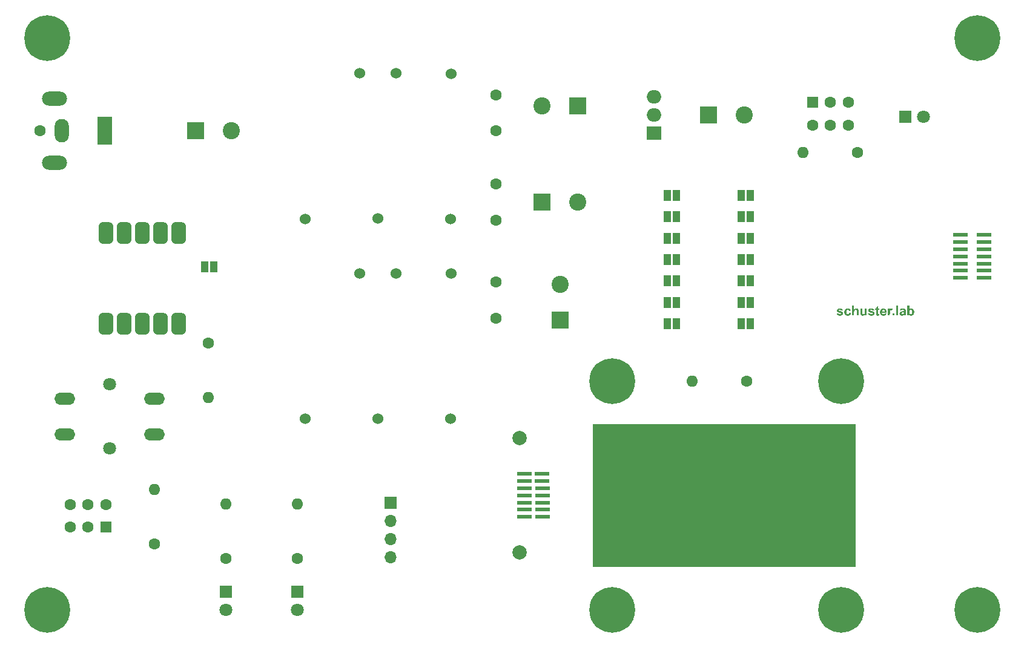
<source format=gbr>
%TF.GenerationSoftware,KiCad,Pcbnew,8.0.5-8.0.5-0~ubuntu22.04.1*%
%TF.CreationDate,2024-10-01T20:56:39-07:00*%
%TF.ProjectId,itla_driver_board_pcb,69746c61-5f64-4726-9976-65725f626f61,rev?*%
%TF.SameCoordinates,Original*%
%TF.FileFunction,Soldermask,Top*%
%TF.FilePolarity,Negative*%
%FSLAX46Y46*%
G04 Gerber Fmt 4.6, Leading zero omitted, Abs format (unit mm)*
G04 Created by KiCad (PCBNEW 8.0.5-8.0.5-0~ubuntu22.04.1) date 2024-10-01 20:56:39*
%MOMM*%
%LPD*%
G01*
G04 APERTURE LIST*
G04 Aperture macros list*
%AMRoundRect*
0 Rectangle with rounded corners*
0 $1 Rounding radius*
0 $2 $3 $4 $5 $6 $7 $8 $9 X,Y pos of 4 corners*
0 Add a 4 corners polygon primitive as box body*
4,1,4,$2,$3,$4,$5,$6,$7,$8,$9,$2,$3,0*
0 Add four circle primitives for the rounded corners*
1,1,$1+$1,$2,$3*
1,1,$1+$1,$4,$5*
1,1,$1+$1,$6,$7*
1,1,$1+$1,$8,$9*
0 Add four rect primitives between the rounded corners*
20,1,$1+$1,$2,$3,$4,$5,0*
20,1,$1+$1,$4,$5,$6,$7,0*
20,1,$1+$1,$6,$7,$8,$9,0*
20,1,$1+$1,$8,$9,$2,$3,0*%
G04 Aperture macros list end*
%ADD10C,0.000000*%
%ADD11C,1.524000*%
%ADD12C,1.600000*%
%ADD13O,1.600000X1.600000*%
%ADD14R,1.800000X1.800000*%
%ADD15C,1.800000*%
%ADD16R,2.000000X1.905000*%
%ADD17O,2.000000X1.905000*%
%ADD18R,1.600000X1.600000*%
%ADD19R,1.700000X1.700000*%
%ADD20O,1.700000X1.700000*%
%ADD21R,2.400000X2.400000*%
%ADD22C,2.400000*%
%ADD23R,1.000000X1.500000*%
%ADD24C,6.400000*%
%ADD25R,2.000000X0.500000*%
%ADD26RoundRect,0.500000X-0.500000X-1.000000X0.500000X-1.000000X0.500000X1.000000X-0.500000X1.000000X0*%
%ADD27R,2.000000X4.000000*%
%ADD28O,2.000000X3.300000*%
%ADD29O,3.500000X2.000000*%
%ADD30O,2.900000X1.700000*%
%ADD31R,36.750000X20.000000*%
%ADD32C,2.000000*%
G04 APERTURE END LIST*
D10*
%TO.C,G\u002A\u002A\u002A*%
G36*
X124665189Y-42829926D02*
G01*
X124736123Y-42834193D01*
X124795779Y-42842354D01*
X124830864Y-42851701D01*
X124906295Y-42890400D01*
X124962048Y-42942145D01*
X124990555Y-42988904D01*
X124998164Y-43007040D01*
X125004107Y-43026238D01*
X125008622Y-43049669D01*
X125011945Y-43080509D01*
X125014313Y-43121930D01*
X125015963Y-43177105D01*
X125017132Y-43249210D01*
X125018057Y-43341417D01*
X125018207Y-43359347D01*
X125019287Y-43461139D01*
X125020901Y-43542582D01*
X125023404Y-43607143D01*
X125027152Y-43658287D01*
X125032502Y-43699481D01*
X125039807Y-43734192D01*
X125049426Y-43765886D01*
X125061713Y-43798030D01*
X125063733Y-43802924D01*
X125065663Y-43812005D01*
X125059934Y-43817992D01*
X125042782Y-43821522D01*
X125010442Y-43823228D01*
X124959148Y-43823745D01*
X124940129Y-43823763D01*
X124878015Y-43822974D01*
X124836974Y-43820404D01*
X124814310Y-43815752D01*
X124807329Y-43808878D01*
X124802436Y-43787746D01*
X124792444Y-43761078D01*
X124778096Y-43728162D01*
X124719047Y-43770285D01*
X124633677Y-43817040D01*
X124540878Y-43842314D01*
X124444621Y-43845535D01*
X124348879Y-43826133D01*
X124343450Y-43824310D01*
X124278689Y-43791026D01*
X124222728Y-43741294D01*
X124181253Y-43680995D01*
X124164976Y-43639715D01*
X124155471Y-43570073D01*
X124159894Y-43526839D01*
X124414898Y-43526839D01*
X124423660Y-43565147D01*
X124445737Y-43605603D01*
X124474817Y-43636865D01*
X124477020Y-43638464D01*
X124512726Y-43652195D01*
X124560805Y-43656385D01*
X124611749Y-43650902D01*
X124645068Y-43640806D01*
X124699293Y-43606282D01*
X124736388Y-43555650D01*
X124755898Y-43489805D01*
X124758029Y-43418015D01*
X124754279Y-43363620D01*
X124617336Y-43396863D01*
X124555667Y-43412553D01*
X124512429Y-43425759D01*
X124482670Y-43438512D01*
X124461434Y-43452839D01*
X124447646Y-43466362D01*
X124426645Y-43495287D01*
X124415462Y-43521745D01*
X124414898Y-43526839D01*
X124159894Y-43526839D01*
X124162832Y-43498121D01*
X124185121Y-43430199D01*
X124220401Y-43372648D01*
X124257162Y-43337994D01*
X124306935Y-43310806D01*
X124375714Y-43284529D01*
X124458701Y-43260814D01*
X124522071Y-43246743D01*
X124579469Y-43234758D01*
X124637974Y-43221514D01*
X124686171Y-43209608D01*
X124691762Y-43208111D01*
X124730049Y-43196734D01*
X124750581Y-43186403D01*
X124758817Y-43172860D01*
X124760233Y-43154748D01*
X124750514Y-43102040D01*
X124723064Y-43062094D01*
X124680452Y-43038622D01*
X124679835Y-43038449D01*
X124608513Y-43026772D01*
X124544023Y-43031818D01*
X124490198Y-43052494D01*
X124450871Y-43087709D01*
X124439467Y-43106852D01*
X124427166Y-43129921D01*
X124413719Y-43140568D01*
X124391081Y-43142107D01*
X124361312Y-43139048D01*
X124311996Y-43131762D01*
X124258079Y-43121744D01*
X124239180Y-43117656D01*
X124176588Y-43103322D01*
X124210527Y-43031874D01*
X124259234Y-42954264D01*
X124322535Y-42894348D01*
X124398588Y-42853837D01*
X124404346Y-42851770D01*
X124452556Y-42840475D01*
X124516622Y-42833068D01*
X124589761Y-42829552D01*
X124665189Y-42829926D01*
G37*
G36*
X115877451Y-42830285D02*
G01*
X115949144Y-42836251D01*
X116008043Y-42846673D01*
X116020000Y-42850000D01*
X116093559Y-42883747D01*
X116157641Y-42934672D01*
X116206309Y-42997696D01*
X116217294Y-43018801D01*
X116231714Y-43052296D01*
X116239824Y-43075917D01*
X116240402Y-43083054D01*
X116224881Y-43089408D01*
X116193116Y-43097075D01*
X116151144Y-43105120D01*
X116105001Y-43112606D01*
X116060724Y-43118597D01*
X116024350Y-43122159D01*
X116001917Y-43122355D01*
X115997702Y-43120671D01*
X115978909Y-43089942D01*
X115946770Y-43058039D01*
X115909968Y-43032843D01*
X115892533Y-43025222D01*
X115843873Y-43015597D01*
X115789861Y-43014952D01*
X115736624Y-43022134D01*
X115690288Y-43035985D01*
X115656983Y-43055351D01*
X115644535Y-43071996D01*
X115639881Y-43093757D01*
X115645498Y-43112753D01*
X115663638Y-43130207D01*
X115696555Y-43147339D01*
X115746504Y-43165371D01*
X115815739Y-43185524D01*
X115889618Y-43204775D01*
X115997900Y-43234891D01*
X116084624Y-43265733D01*
X116152038Y-43298787D01*
X116202388Y-43335537D01*
X116237922Y-43377468D01*
X116260885Y-43426063D01*
X116268792Y-43455327D01*
X116275395Y-43537775D01*
X116258742Y-43615377D01*
X116218779Y-43688294D01*
X116173091Y-43740380D01*
X116121202Y-43781673D01*
X116060814Y-43811273D01*
X115987701Y-43830556D01*
X115897639Y-43840899D01*
X115858921Y-43842744D01*
X115779042Y-43843210D01*
X115712507Y-43839152D01*
X115667897Y-43831751D01*
X115573306Y-43798795D01*
X115496100Y-43753268D01*
X115453617Y-43714549D01*
X115424855Y-43677840D01*
X115397910Y-43635278D01*
X115376856Y-43594191D01*
X115365768Y-43561909D01*
X115364996Y-43555131D01*
X115375847Y-43548172D01*
X115405192Y-43539897D01*
X115447854Y-43531605D01*
X115474884Y-43527540D01*
X115525302Y-43520410D01*
X115567942Y-43513881D01*
X115596426Y-43508951D01*
X115603222Y-43507440D01*
X115621053Y-43514463D01*
X115641118Y-43545040D01*
X115644900Y-43552893D01*
X115680172Y-43603856D01*
X115730684Y-43637117D01*
X115796946Y-43652919D01*
X115857033Y-43653474D01*
X115922674Y-43644409D01*
X115967897Y-43626297D01*
X115994818Y-43597800D01*
X116005397Y-43559582D01*
X116003635Y-43526818D01*
X115993951Y-43505758D01*
X115993489Y-43505361D01*
X115976750Y-43497856D01*
X115941590Y-43486091D01*
X115892709Y-43471516D01*
X115834809Y-43455582D01*
X115817242Y-43450976D01*
X115722369Y-43425508D01*
X115647516Y-43403172D01*
X115589312Y-43382621D01*
X115544386Y-43362509D01*
X115509366Y-43341489D01*
X115480882Y-43318214D01*
X115477974Y-43315430D01*
X115434584Y-43263717D01*
X115409848Y-43207938D01*
X115400691Y-43140549D01*
X115400458Y-43125327D01*
X115411691Y-43046121D01*
X115444052Y-42975240D01*
X115495541Y-42915339D01*
X115564154Y-42869072D01*
X115607549Y-42850717D01*
X115658014Y-42838989D01*
X115724646Y-42831666D01*
X115800205Y-42828761D01*
X115877451Y-42830285D01*
G37*
G36*
X120252378Y-42827279D02*
G01*
X120355145Y-42840177D01*
X120439138Y-42865002D01*
X120506980Y-42903226D01*
X120561295Y-42956321D01*
X120604106Y-43024558D01*
X120617558Y-43053570D01*
X120621060Y-43073082D01*
X120611524Y-43086058D01*
X120585859Y-43095461D01*
X120540976Y-43104253D01*
X120516801Y-43108287D01*
X120471047Y-43116091D01*
X120432096Y-43123213D01*
X120408192Y-43128145D01*
X120407819Y-43128237D01*
X120388172Y-43126382D01*
X120370135Y-43107134D01*
X120361471Y-43092288D01*
X120326296Y-43051283D01*
X120274002Y-43025529D01*
X120206277Y-43015663D01*
X120163201Y-43017228D01*
X120099220Y-43028364D01*
X120056307Y-43048069D01*
X120035054Y-43076006D01*
X120032714Y-43091414D01*
X120035590Y-43109558D01*
X120046097Y-43125303D01*
X120067054Y-43139995D01*
X120101279Y-43154982D01*
X120151591Y-43171610D01*
X120220808Y-43191225D01*
X120267812Y-43203737D01*
X120359929Y-43229021D01*
X120432260Y-43251679D01*
X120488474Y-43273218D01*
X120532238Y-43295144D01*
X120567223Y-43318966D01*
X120584527Y-43333864D01*
X120629544Y-43390386D01*
X120654650Y-43454762D01*
X120660878Y-43523503D01*
X120649258Y-43593124D01*
X120620825Y-43660140D01*
X120576611Y-43721062D01*
X120517647Y-43772406D01*
X120444967Y-43810685D01*
X120443094Y-43811403D01*
X120386018Y-43826967D01*
X120313641Y-43837893D01*
X120234102Y-43843756D01*
X120155541Y-43844133D01*
X120086097Y-43838599D01*
X120050576Y-43831857D01*
X119975543Y-43805407D01*
X119904720Y-43767333D01*
X119845927Y-43722232D01*
X119823214Y-43698154D01*
X119795887Y-43660393D01*
X119772690Y-43620493D01*
X119756563Y-43584519D01*
X119750452Y-43558533D01*
X119751963Y-43551349D01*
X119765614Y-43545594D01*
X119797187Y-43538177D01*
X119840967Y-43530350D01*
X119862492Y-43527119D01*
X119911666Y-43519895D01*
X119953007Y-43513356D01*
X119979934Y-43508561D01*
X119985152Y-43507380D01*
X120002734Y-43514630D01*
X120022862Y-43544480D01*
X120027065Y-43552973D01*
X120062880Y-43604050D01*
X120113651Y-43637288D01*
X120179992Y-43652976D01*
X120239217Y-43653474D01*
X120304858Y-43644409D01*
X120350081Y-43626297D01*
X120377003Y-43597800D01*
X120387582Y-43559582D01*
X120385785Y-43526648D01*
X120375968Y-43505470D01*
X120375586Y-43505142D01*
X120358081Y-43497056D01*
X120322930Y-43485303D01*
X120275683Y-43471626D01*
X120235064Y-43461008D01*
X120124699Y-43431934D01*
X120035295Y-43404590D01*
X119964201Y-43377580D01*
X119908768Y-43349507D01*
X119866346Y-43318976D01*
X119834286Y-43284589D01*
X119809937Y-43244951D01*
X119804860Y-43234312D01*
X119786531Y-43167327D01*
X119786770Y-43094094D01*
X119804350Y-43021603D01*
X119838045Y-42956850D01*
X119857808Y-42932453D01*
X119913127Y-42889088D01*
X119986785Y-42856219D01*
X120075315Y-42834770D01*
X120175246Y-42825666D01*
X120252378Y-42827279D01*
G37*
G36*
X117002679Y-42833099D02*
G01*
X117075075Y-42844224D01*
X117135402Y-42865252D01*
X117189085Y-42897899D01*
X117226519Y-42929424D01*
X117255704Y-42961094D01*
X117285018Y-43000342D01*
X117311564Y-43042131D01*
X117332447Y-43081423D01*
X117344770Y-43113183D01*
X117345638Y-43132372D01*
X117344252Y-43134196D01*
X117329825Y-43139320D01*
X117298625Y-43146735D01*
X117256717Y-43155339D01*
X117210166Y-43164030D01*
X117165037Y-43171706D01*
X117127395Y-43177263D01*
X117103305Y-43179599D01*
X117097867Y-43178984D01*
X117091223Y-43166313D01*
X117079509Y-43139890D01*
X117075516Y-43130376D01*
X117043882Y-43082501D01*
X116995849Y-43051859D01*
X116931518Y-43038506D01*
X116911573Y-43037872D01*
X116844669Y-43046828D01*
X116791687Y-43074642D01*
X116750489Y-43122581D01*
X116741157Y-43139047D01*
X116730194Y-43163414D01*
X116722964Y-43190118D01*
X116718750Y-43224707D01*
X116716830Y-43272729D01*
X116716468Y-43329576D01*
X116717075Y-43393132D01*
X116719243Y-43438511D01*
X116723748Y-43471338D01*
X116731364Y-43497241D01*
X116742866Y-43521845D01*
X116742991Y-43522080D01*
X116782504Y-43575653D01*
X116831856Y-43611596D01*
X116886857Y-43630154D01*
X116943318Y-43631571D01*
X116997049Y-43616093D01*
X117043859Y-43583964D01*
X117079559Y-43535430D01*
X117093004Y-43501619D01*
X117100587Y-43479014D01*
X117110046Y-43464375D01*
X117125554Y-43457011D01*
X117151283Y-43456231D01*
X117191405Y-43461347D01*
X117250093Y-43471669D01*
X117261488Y-43473758D01*
X117310633Y-43482764D01*
X117341605Y-43491185D01*
X117356320Y-43503536D01*
X117356697Y-43524336D01*
X117344651Y-43558101D01*
X117322101Y-43609347D01*
X117320539Y-43612888D01*
X117283050Y-43676188D01*
X117230644Y-43735634D01*
X117170016Y-43784810D01*
X117107862Y-43817302D01*
X117106718Y-43817714D01*
X117056404Y-43830233D01*
X116991712Y-43838801D01*
X116920889Y-43843066D01*
X116852181Y-43842679D01*
X116793833Y-43837291D01*
X116769050Y-43832042D01*
X116675976Y-43794095D01*
X116596817Y-43737978D01*
X116532587Y-43665539D01*
X116484300Y-43578627D01*
X116452971Y-43479092D01*
X116439612Y-43368781D01*
X116445238Y-43249544D01*
X116446070Y-43243130D01*
X116469562Y-43134020D01*
X116508970Y-43041747D01*
X116565012Y-42964809D01*
X116592210Y-42938025D01*
X116652221Y-42891416D01*
X116714801Y-42859371D01*
X116785764Y-42839934D01*
X116870926Y-42831148D01*
X116912789Y-42830160D01*
X117002679Y-42833099D01*
G37*
G36*
X121942723Y-42830334D02*
G01*
X121984982Y-42833549D01*
X122018952Y-42840562D01*
X122052384Y-42852728D01*
X122074955Y-42862851D01*
X122161659Y-42915771D01*
X122232301Y-42985631D01*
X122286163Y-43071155D01*
X122322528Y-43171070D01*
X122340678Y-43284099D01*
X122342711Y-43338507D01*
X122342887Y-43418887D01*
X122020043Y-43418887D01*
X121697198Y-43418887D01*
X121705494Y-43463543D01*
X121728067Y-43536016D01*
X121765458Y-43589861D01*
X121817772Y-43625173D01*
X121885111Y-43642051D01*
X121896639Y-43643007D01*
X121939405Y-43644405D01*
X121967604Y-43640397D01*
X121990269Y-43628813D01*
X122005533Y-43616848D01*
X122033913Y-43586884D01*
X122055230Y-43554056D01*
X122056992Y-43550118D01*
X122063807Y-43533416D01*
X122070736Y-43522624D01*
X122082123Y-43517290D01*
X122102308Y-43516960D01*
X122135634Y-43521181D01*
X122186443Y-43529499D01*
X122212648Y-43533875D01*
X122270330Y-43543940D01*
X122306471Y-43553795D01*
X122322989Y-43567353D01*
X122321799Y-43588527D01*
X122304818Y-43621229D01*
X122276845Y-43664941D01*
X122220754Y-43735094D01*
X122154667Y-43786643D01*
X122075914Y-43820943D01*
X121981829Y-43839349D01*
X121926103Y-43843085D01*
X121870700Y-43843486D01*
X121819052Y-43841509D01*
X121779419Y-43837558D01*
X121768272Y-43835388D01*
X121675176Y-43800444D01*
X121595519Y-43747007D01*
X121530347Y-43676925D01*
X121480707Y-43592044D01*
X121447646Y-43494212D01*
X121432211Y-43385274D01*
X121435449Y-43267078D01*
X121437172Y-43252174D01*
X121698770Y-43252174D01*
X121889839Y-43252174D01*
X122080909Y-43252174D01*
X122080909Y-43218973D01*
X122073029Y-43178769D01*
X122052803Y-43132068D01*
X122025350Y-43088563D01*
X121995935Y-43058055D01*
X121963988Y-43042269D01*
X121922857Y-43030947D01*
X121910767Y-43029147D01*
X121849637Y-43033297D01*
X121795369Y-43058358D01*
X121750918Y-43101746D01*
X121719239Y-43160878D01*
X121706719Y-43207518D01*
X121698770Y-43252174D01*
X121437172Y-43252174D01*
X121437253Y-43251475D01*
X121461089Y-43141574D01*
X121502757Y-43044743D01*
X121561078Y-42962751D01*
X121634870Y-42897370D01*
X121697509Y-42861296D01*
X121732967Y-42846125D01*
X121765489Y-42836671D01*
X121802696Y-42831642D01*
X121852209Y-42829743D01*
X121884425Y-42829563D01*
X121942723Y-42830334D01*
G37*
G36*
X125522353Y-42710900D02*
G01*
X125522353Y-42943654D01*
X125578001Y-42901163D01*
X125655857Y-42855924D01*
X125740816Y-42831434D01*
X125828912Y-42827353D01*
X125916181Y-42843343D01*
X125998657Y-42879064D01*
X126072376Y-42934177D01*
X126082697Y-42944365D01*
X126137743Y-43016937D01*
X126177836Y-43103639D01*
X126203108Y-43200237D01*
X126213693Y-43302494D01*
X126209725Y-43406176D01*
X126191336Y-43507048D01*
X126158661Y-43600875D01*
X126111832Y-43683422D01*
X126057499Y-43744745D01*
X125987156Y-43795005D01*
X125908268Y-43829356D01*
X125826475Y-43846299D01*
X125747414Y-43844334D01*
X125712805Y-43836453D01*
X125629430Y-43798900D01*
X125551804Y-43739178D01*
X125549146Y-43736632D01*
X125498536Y-43687815D01*
X125498536Y-43755789D01*
X125498536Y-43823763D01*
X125379455Y-43823763D01*
X125260374Y-43823763D01*
X125260374Y-43326754D01*
X125518942Y-43326754D01*
X125520178Y-43384763D01*
X125523909Y-43426682D01*
X125531525Y-43460210D01*
X125544419Y-43493049D01*
X125551798Y-43508601D01*
X125589611Y-43569298D01*
X125634754Y-43608730D01*
X125690559Y-43629112D01*
X125739429Y-43633233D01*
X125781270Y-43631611D01*
X125810076Y-43624126D01*
X125836547Y-43606852D01*
X125855036Y-43590810D01*
X125892192Y-43549641D01*
X125917559Y-43501775D01*
X125932402Y-43442848D01*
X125937986Y-43368497D01*
X125937170Y-43307671D01*
X125933954Y-43247362D01*
X125928810Y-43204048D01*
X125920410Y-43170917D01*
X125907423Y-43141154D01*
X125903112Y-43133093D01*
X125862293Y-43080972D01*
X125809495Y-43046056D01*
X125749624Y-43029448D01*
X125687588Y-43032247D01*
X125628294Y-43055555D01*
X125610750Y-43067487D01*
X125570103Y-43107044D01*
X125542221Y-43155893D01*
X125525705Y-43217979D01*
X125519160Y-43297249D01*
X125518942Y-43326754D01*
X125260374Y-43326754D01*
X125260374Y-43150955D01*
X125260374Y-42478146D01*
X125391363Y-42478146D01*
X125522353Y-42478146D01*
X125522353Y-42710900D01*
G37*
G36*
X121149417Y-42674684D02*
G01*
X121152713Y-42847298D01*
X121241705Y-42847298D01*
X121330698Y-42847298D01*
X121330698Y-42954471D01*
X121330698Y-43061644D01*
X121240554Y-43061644D01*
X121150411Y-43061644D01*
X121154220Y-43324694D01*
X121155523Y-43410292D01*
X121156861Y-43475260D01*
X121158595Y-43522784D01*
X121161082Y-43556046D01*
X121164683Y-43578232D01*
X121169756Y-43592526D01*
X121176660Y-43602112D01*
X121185755Y-43610174D01*
X121186483Y-43610764D01*
X121212610Y-43625600D01*
X121234115Y-43628444D01*
X121259269Y-43622328D01*
X121291152Y-43615499D01*
X121313937Y-43612047D01*
X121326031Y-43617222D01*
X121332323Y-43636389D01*
X121336439Y-43665220D01*
X121342423Y-43710502D01*
X121348387Y-43754293D01*
X121349993Y-43765755D01*
X121352096Y-43795180D01*
X121343518Y-43810920D01*
X121318706Y-43822546D01*
X121316615Y-43823309D01*
X121280296Y-43832019D01*
X121230019Y-43838501D01*
X121173742Y-43842356D01*
X121119419Y-43843183D01*
X121075006Y-43840585D01*
X121054001Y-43836491D01*
X120988189Y-43805443D01*
X120940151Y-43761621D01*
X120918775Y-43725292D01*
X120912010Y-43706376D01*
X120906656Y-43683137D01*
X120902480Y-43652443D01*
X120899255Y-43611162D01*
X120896748Y-43556162D01*
X120894731Y-43484311D01*
X120892973Y-43392476D01*
X120892592Y-43368883D01*
X120887767Y-43062854D01*
X120832369Y-43059272D01*
X120776970Y-43055690D01*
X120773530Y-42951494D01*
X120770089Y-42847298D01*
X120829612Y-42847298D01*
X120889134Y-42847298D01*
X120892593Y-42749679D01*
X120896052Y-42652060D01*
X121021087Y-42577065D01*
X121146122Y-42502070D01*
X121149417Y-42674684D01*
G37*
G36*
X118949142Y-43171794D02*
G01*
X118949587Y-43259665D01*
X118950808Y-43341692D01*
X118952688Y-43414262D01*
X118955109Y-43473765D01*
X118957955Y-43516589D01*
X118961032Y-43538853D01*
X118984872Y-43590063D01*
X119023721Y-43623439D01*
X119078981Y-43640059D01*
X119094858Y-43641676D01*
X119163096Y-43636313D01*
X119220055Y-43610110D01*
X119264750Y-43563617D01*
X119279526Y-43538373D01*
X119287559Y-43521529D01*
X119293804Y-43504590D01*
X119298485Y-43484433D01*
X119301826Y-43457935D01*
X119304053Y-43421974D01*
X119305390Y-43373427D01*
X119306063Y-43309171D01*
X119306296Y-43226084D01*
X119306319Y-43166294D01*
X119306319Y-42847298D01*
X119443262Y-42847298D01*
X119580205Y-42847298D01*
X119580205Y-43335530D01*
X119580205Y-43823763D01*
X119455170Y-43823763D01*
X119330135Y-43823763D01*
X119330135Y-43755789D01*
X119330135Y-43687815D01*
X119279526Y-43737357D01*
X119239134Y-43770949D01*
X119192637Y-43801309D01*
X119169376Y-43813217D01*
X119101762Y-43833909D01*
X119023868Y-43843466D01*
X118946217Y-43841294D01*
X118886318Y-43829170D01*
X118837057Y-43805945D01*
X118787908Y-43770428D01*
X118777387Y-43760815D01*
X118754286Y-43737345D01*
X118735487Y-43714057D01*
X118720549Y-43688285D01*
X118709032Y-43657362D01*
X118700494Y-43618623D01*
X118694497Y-43569401D01*
X118690599Y-43507031D01*
X118688360Y-43428847D01*
X118687339Y-43332183D01*
X118687097Y-43214373D01*
X118687097Y-43214288D01*
X118687097Y-42847298D01*
X118818086Y-42847298D01*
X118949075Y-42847298D01*
X118949142Y-43171794D01*
G37*
G36*
X117805897Y-42716586D02*
G01*
X117805897Y-42955025D01*
X117866463Y-42907150D01*
X117946266Y-42858583D01*
X118033480Y-42831538D01*
X118124379Y-42826483D01*
X118215242Y-42843884D01*
X118253653Y-42858511D01*
X118295506Y-42879136D01*
X118330527Y-42902257D01*
X118359313Y-42930077D01*
X118382461Y-42964800D01*
X118400566Y-43008630D01*
X118414226Y-43063769D01*
X118424035Y-43132424D01*
X118430592Y-43216795D01*
X118434491Y-43319089D01*
X118436329Y-43441507D01*
X118436704Y-43534991D01*
X118437027Y-43823763D01*
X118300083Y-43823763D01*
X118163140Y-43823763D01*
X118163140Y-43477836D01*
X118162964Y-43374660D01*
X118162346Y-43292585D01*
X118161156Y-43228899D01*
X118159259Y-43180890D01*
X118156524Y-43145845D01*
X118152818Y-43121053D01*
X118148009Y-43103800D01*
X118144487Y-43095839D01*
X118112889Y-43058160D01*
X118068509Y-43035698D01*
X118016444Y-43027935D01*
X117961789Y-43034355D01*
X117909642Y-43054438D01*
X117865098Y-43087669D01*
X117836357Y-43127139D01*
X117829006Y-43142906D01*
X117823222Y-43160317D01*
X117818775Y-43182418D01*
X117815433Y-43212255D01*
X117812967Y-43252874D01*
X117811146Y-43307321D01*
X117809738Y-43378643D01*
X117808514Y-43469886D01*
X117808174Y-43499267D01*
X117804497Y-43823763D01*
X117674208Y-43823763D01*
X117543918Y-43823763D01*
X117543918Y-43150955D01*
X117543918Y-42478146D01*
X117674908Y-42478146D01*
X117805897Y-42478146D01*
X117805897Y-42716586D01*
G37*
G36*
X123033976Y-42826651D02*
G01*
X123074604Y-42834780D01*
X123115583Y-42845796D01*
X123149369Y-42857630D01*
X123168419Y-42868211D01*
X123169627Y-42869700D01*
X123168007Y-42883279D01*
X123160260Y-42913180D01*
X123148339Y-42953321D01*
X123134198Y-42997623D01*
X123119789Y-43040003D01*
X123107067Y-43074380D01*
X123097985Y-43094673D01*
X123096762Y-43096525D01*
X123084658Y-43095196D01*
X123059426Y-43085577D01*
X123050866Y-43081640D01*
X122989532Y-43063035D01*
X122933527Y-43066902D01*
X122885321Y-43092387D01*
X122847383Y-43138639D01*
X122839128Y-43154777D01*
X122831234Y-43173417D01*
X122825067Y-43193031D01*
X122820361Y-43216862D01*
X122816850Y-43248156D01*
X122814267Y-43290156D01*
X122812346Y-43346107D01*
X122810820Y-43419252D01*
X122809423Y-43512838D01*
X122809365Y-43517129D01*
X122805230Y-43823763D01*
X122669324Y-43823763D01*
X122533417Y-43823763D01*
X122533417Y-43335530D01*
X122533417Y-42847298D01*
X122658452Y-42847298D01*
X122783487Y-42847298D01*
X122783487Y-42908515D01*
X122783487Y-42969732D01*
X122833566Y-42912839D01*
X122888174Y-42861649D01*
X122943674Y-42832440D01*
X123001243Y-42823482D01*
X123033976Y-42826651D01*
G37*
G36*
X123962390Y-43150955D02*
G01*
X123962390Y-43823763D01*
X123831401Y-43823763D01*
X123700412Y-43823763D01*
X123700412Y-43150955D01*
X123700412Y-42478146D01*
X123831401Y-42478146D01*
X123962390Y-42478146D01*
X123962390Y-43150955D01*
G37*
G36*
X123438433Y-43692774D02*
G01*
X123438433Y-43823763D01*
X123307444Y-43823763D01*
X123176455Y-43823763D01*
X123176455Y-43692774D01*
X123176455Y-43561785D01*
X123307444Y-43561785D01*
X123438433Y-43561785D01*
X123438433Y-43692774D01*
G37*
%TD*%
D11*
%TO.C,U3*%
X48700000Y-37940000D03*
X53740000Y-37940000D03*
X41080000Y-58300000D03*
X51240000Y-58260000D03*
X61400000Y-58300000D03*
X61440000Y-37980000D03*
%TD*%
%TO.C,U1*%
X48700000Y-9940000D03*
X53740000Y-9940000D03*
X41080000Y-30300000D03*
X51240000Y-30260000D03*
X61400000Y-30300000D03*
X61440000Y-9980000D03*
%TD*%
D12*
%TO.C,R1*%
X118310000Y-21000000D03*
D13*
X110690000Y-21000000D03*
%TD*%
D14*
%TO.C,D3*%
X125000000Y-16000000D03*
D15*
X127540000Y-16000000D03*
%TD*%
D16*
%TO.C,U4*%
X89800000Y-18320000D03*
D17*
X89800000Y-15780000D03*
X89800000Y-13240000D03*
%TD*%
D18*
%TO.C,SW3*%
X112000000Y-14000000D03*
D12*
X114500000Y-14000000D03*
X117000000Y-14000000D03*
X112000000Y-17200000D03*
X114500000Y-17200000D03*
X117000000Y-17200000D03*
%TD*%
D19*
%TO.C,J3*%
X53000000Y-70000000D03*
D20*
X53000000Y-72540000D03*
X53000000Y-75080000D03*
X53000000Y-77620000D03*
%TD*%
D21*
%TO.C,C8*%
X97420000Y-15780000D03*
D22*
X102420000Y-15780000D03*
%TD*%
D23*
%TO.C,JP1*%
X27000000Y-37000000D03*
X28300000Y-37000000D03*
%TD*%
D12*
%TO.C,R3*%
X40000000Y-77810000D03*
D13*
X40000000Y-70190000D03*
%TD*%
D23*
%TO.C,JP8*%
X103300000Y-39000000D03*
X102000000Y-39000000D03*
%TD*%
D14*
%TO.C,D1*%
X30000000Y-82460000D03*
D15*
X30000000Y-85000000D03*
%TD*%
D12*
%TO.C,R4*%
X20000000Y-75810000D03*
D13*
X20000000Y-68190000D03*
%TD*%
D23*
%TO.C,JP5*%
X102000000Y-30000000D03*
X103300000Y-30000000D03*
%TD*%
D24*
%TO.C,H4*%
X135000000Y-5000000D03*
%TD*%
D25*
%TO.C,J1*%
X136000000Y-38560000D03*
X132700000Y-38560000D03*
X136000000Y-37560000D03*
X132700000Y-37560000D03*
X136000000Y-36560000D03*
X132700000Y-36560000D03*
X136000000Y-35560000D03*
X132700000Y-35560000D03*
X136000000Y-34560000D03*
X132700000Y-34560000D03*
X136000000Y-33560000D03*
X132700000Y-33560000D03*
X136000000Y-32560000D03*
X132700000Y-32560000D03*
%TD*%
D12*
%TO.C,C5*%
X67700000Y-12960000D03*
X67700000Y-17960000D03*
%TD*%
D24*
%TO.C,H1*%
X5000000Y-5000000D03*
%TD*%
D23*
%TO.C,JP2*%
X102000000Y-45000000D03*
X103300000Y-45000000D03*
%TD*%
D26*
%TO.C,U2*%
X13200000Y-44960000D03*
X15740000Y-44960000D03*
X18280000Y-44960000D03*
X20820000Y-44960000D03*
X23360000Y-44960000D03*
X23360000Y-32260000D03*
X20820000Y-32260000D03*
X18280000Y-32260000D03*
X15740000Y-32260000D03*
X13200000Y-32260000D03*
%TD*%
D23*
%TO.C,JP4*%
X102000000Y-33000000D03*
X103300000Y-33000000D03*
%TD*%
D12*
%TO.C,R5*%
X27500000Y-47690000D03*
D13*
X27500000Y-55310000D03*
%TD*%
D21*
%TO.C,C1*%
X25700000Y-17960000D03*
D22*
X30700000Y-17960000D03*
%TD*%
D12*
%TO.C,J2*%
X4000000Y-17960000D03*
D27*
X13000000Y-17960000D03*
D28*
X7000000Y-17960000D03*
D29*
X6000000Y-13460000D03*
X6000000Y-22460000D03*
%TD*%
D23*
%TO.C,JP9*%
X91700000Y-45000000D03*
X93000000Y-45000000D03*
%TD*%
%TO.C,JP13*%
X91700000Y-33000000D03*
X93000000Y-33000000D03*
%TD*%
%TO.C,JP7*%
X102000000Y-42000000D03*
X103300000Y-42000000D03*
%TD*%
D12*
%TO.C,C6*%
X67700000Y-44176041D03*
X67700000Y-39176041D03*
%TD*%
D23*
%TO.C,JP10*%
X91700000Y-42000000D03*
X93000000Y-42000000D03*
%TD*%
%TO.C,JP14*%
X91700000Y-30000000D03*
X93000000Y-30000000D03*
%TD*%
D12*
%TO.C,R2*%
X30000000Y-77810000D03*
D13*
X30000000Y-70190000D03*
%TD*%
D23*
%TO.C,JP3*%
X102000000Y-36000000D03*
X103300000Y-36000000D03*
%TD*%
D12*
%TO.C,C4*%
X67700000Y-30460000D03*
X67700000Y-25460000D03*
%TD*%
D23*
%TO.C,JP11*%
X91700000Y-39000000D03*
X93000000Y-39000000D03*
%TD*%
D21*
%TO.C,C2*%
X74200000Y-27960000D03*
D22*
X79200000Y-27960000D03*
%TD*%
D23*
%TO.C,JP15*%
X91700000Y-27000000D03*
X93000000Y-27000000D03*
%TD*%
%TO.C,JP12*%
X91700000Y-36000000D03*
X93000000Y-36000000D03*
%TD*%
D24*
%TO.C,H2*%
X5000000Y-85000000D03*
%TD*%
D15*
%TO.C,SW2*%
X13700000Y-53460000D03*
X13700000Y-62460000D03*
D30*
X7450000Y-55460000D03*
X19950000Y-55460000D03*
X7450000Y-60460000D03*
X19950000Y-60460000D03*
%TD*%
D12*
%TO.C,R6*%
X102810000Y-53000000D03*
D13*
X95190000Y-53000000D03*
%TD*%
D14*
%TO.C,D2*%
X40000000Y-82460000D03*
D15*
X40000000Y-85000000D03*
%TD*%
D24*
%TO.C,H3*%
X135000000Y-85000000D03*
%TD*%
D23*
%TO.C,JP6*%
X102000000Y-27000000D03*
X103300000Y-27000000D03*
%TD*%
D21*
%TO.C,C3*%
X79200000Y-14460000D03*
D22*
X74200000Y-14460000D03*
%TD*%
D18*
%TO.C,SW1*%
X13200000Y-73460000D03*
D12*
X10700000Y-73460000D03*
X8200000Y-73460000D03*
X13200000Y-70260000D03*
X10700000Y-70260000D03*
X8200000Y-70260000D03*
%TD*%
D21*
%TO.C,C7*%
X76700000Y-44500000D03*
D22*
X76700000Y-39500000D03*
%TD*%
D24*
%TO.C,H8*%
X116000000Y-85000000D03*
%TD*%
%TO.C,H7*%
X84000000Y-85000000D03*
%TD*%
%TO.C,H5*%
X84000000Y-53000000D03*
%TD*%
%TO.C,H6*%
X116000000Y-53000000D03*
%TD*%
D31*
%TO.C,J4*%
X99625000Y-69000000D03*
D25*
X71750000Y-72000000D03*
X74250000Y-72000000D03*
X71750000Y-71000000D03*
X74250000Y-71000000D03*
X71750000Y-70000000D03*
X74250000Y-70000000D03*
X71750000Y-69000000D03*
X74250000Y-69000000D03*
X71750000Y-68000000D03*
X74250000Y-68000000D03*
X71700000Y-67000000D03*
X74200000Y-67000000D03*
X71750000Y-66000000D03*
X74200000Y-66000000D03*
D32*
X101000000Y-77000000D03*
X101000000Y-61000000D03*
X71000000Y-77000000D03*
X71000000Y-61000000D03*
%TD*%
M02*

</source>
